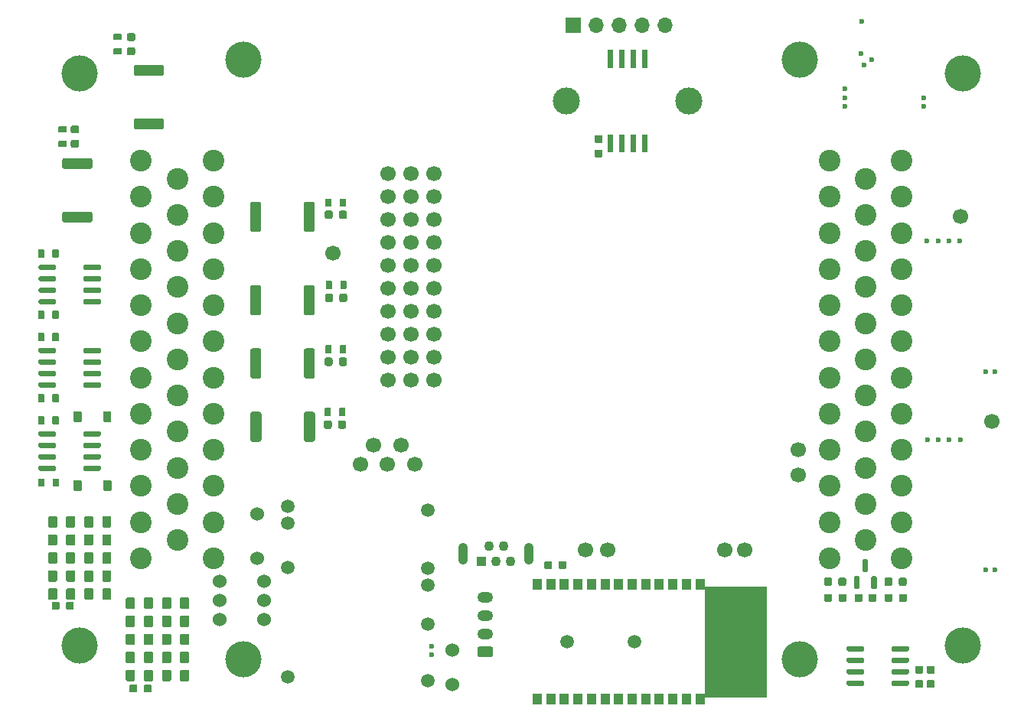
<source format=gts>
G04 #@! TF.GenerationSoftware,KiCad,Pcbnew,8.0.8-8.0.8-0~ubuntu24.04.1*
G04 #@! TF.CreationDate,2025-02-13T08:51:17+00:00*
G04 #@! TF.ProjectId,MST01,4d535430-312e-46b6-9963-61645f706362,D*
G04 #@! TF.SameCoordinates,PX440a368PY8a86a58*
G04 #@! TF.FileFunction,Soldermask,Top*
G04 #@! TF.FilePolarity,Negative*
%FSLAX46Y46*%
G04 Gerber Fmt 4.6, Leading zero omitted, Abs format (unit mm)*
G04 Created by KiCad (PCBNEW 8.0.8-8.0.8-0~ubuntu24.04.1) date 2025-02-13 08:51:17*
%MOMM*%
%LPD*%
G01*
G04 APERTURE LIST*
%ADD10C,0.120000*%
%ADD11C,3.000000*%
%ADD12C,1.700000*%
%ADD13C,1.500000*%
%ADD14C,0.600000*%
%ADD15R,1.100000X1.100000*%
%ADD16C,1.100000*%
%ADD17O,1.100000X2.400000*%
%ADD18C,2.400000*%
%ADD19C,0.700000*%
%ADD20C,4.000000*%
%ADD21R,1.000000X1.300000*%
%ADD22R,1.700000X1.700000*%
%ADD23O,1.700000X1.700000*%
%ADD24O,1.750000X1.200000*%
%ADD25C,1.524000*%
%ADD26C,0.599999*%
G04 APERTURE END LIST*
G04 #@! TO.C,U5*
D10*
X81450000Y13325000D02*
X74750000Y13325000D01*
X74750000Y1125000D01*
X81450000Y1125000D01*
X81450000Y13325000D01*
G36*
X81450000Y13325000D02*
G01*
X74750000Y13325000D01*
X74750000Y1125000D01*
X81450000Y1125000D01*
X81450000Y13325000D01*
G37*
G04 #@! TD*
G04 #@! TO.C,C10*
G36*
G01*
X9055000Y13005000D02*
X9055000Y11955000D01*
G75*
G02*
X8955000Y11855000I-100000J0D01*
G01*
X8155000Y11855000D01*
G75*
G02*
X8055000Y11955000I0J100000D01*
G01*
X8055000Y13005000D01*
G75*
G02*
X8155000Y13105000I100000J0D01*
G01*
X8955000Y13105000D01*
G75*
G02*
X9055000Y13005000I0J-100000D01*
G01*
G37*
G36*
G01*
X7055000Y13005000D02*
X7055000Y11955000D01*
G75*
G02*
X6955000Y11855000I-100000J0D01*
G01*
X6155000Y11855000D01*
G75*
G02*
X6055000Y11955000I0J100000D01*
G01*
X6055000Y13005000D01*
G75*
G02*
X6155000Y13105000I100000J0D01*
G01*
X6955000Y13105000D01*
G75*
G02*
X7055000Y13005000I0J-100000D01*
G01*
G37*
G04 #@! TD*
D11*
G04 #@! TO.C,H1*
X59405000Y67055000D03*
G04 #@! TD*
G04 #@! TO.C,D8*
G36*
G01*
X91675000Y13020000D02*
X91375000Y13020000D01*
G75*
G02*
X91225000Y13170000I0J150000D01*
G01*
X91225000Y14345000D01*
G75*
G02*
X91375000Y14495000I150000J0D01*
G01*
X91675000Y14495000D01*
G75*
G02*
X91825000Y14345000I0J-150000D01*
G01*
X91825000Y13170000D01*
G75*
G02*
X91675000Y13020000I-150000J0D01*
G01*
G37*
G36*
G01*
X93575000Y13020000D02*
X93275000Y13020000D01*
G75*
G02*
X93125000Y13170000I0J150000D01*
G01*
X93125000Y14345000D01*
G75*
G02*
X93275000Y14495000I150000J0D01*
G01*
X93575000Y14495000D01*
G75*
G02*
X93725000Y14345000I0J-150000D01*
G01*
X93725000Y13170000D01*
G75*
G02*
X93575000Y13020000I-150000J0D01*
G01*
G37*
G36*
G01*
X92625000Y14895000D02*
X92325000Y14895000D01*
G75*
G02*
X92175000Y15045000I0J150000D01*
G01*
X92175000Y16220000D01*
G75*
G02*
X92325000Y16370000I150000J0D01*
G01*
X92625000Y16370000D01*
G75*
G02*
X92775000Y16220000I0J-150000D01*
G01*
X92775000Y15045000D01*
G75*
G02*
X92625000Y14895000I-150000J0D01*
G01*
G37*
G04 #@! TD*
G04 #@! TO.C,U7*
G36*
G01*
X990000Y30075000D02*
X990000Y30375000D01*
G75*
G02*
X1140000Y30525000I150000J0D01*
G01*
X2790000Y30525000D01*
G75*
G02*
X2940000Y30375000I0J-150000D01*
G01*
X2940000Y30075000D01*
G75*
G02*
X2790000Y29925000I-150000J0D01*
G01*
X1140000Y29925000D01*
G75*
G02*
X990000Y30075000I0J150000D01*
G01*
G37*
G36*
G01*
X990000Y28805000D02*
X990000Y29105000D01*
G75*
G02*
X1140000Y29255000I150000J0D01*
G01*
X2790000Y29255000D01*
G75*
G02*
X2940000Y29105000I0J-150000D01*
G01*
X2940000Y28805000D01*
G75*
G02*
X2790000Y28655000I-150000J0D01*
G01*
X1140000Y28655000D01*
G75*
G02*
X990000Y28805000I0J150000D01*
G01*
G37*
G36*
G01*
X990000Y27535000D02*
X990000Y27835000D01*
G75*
G02*
X1140000Y27985000I150000J0D01*
G01*
X2790000Y27985000D01*
G75*
G02*
X2940000Y27835000I0J-150000D01*
G01*
X2940000Y27535000D01*
G75*
G02*
X2790000Y27385000I-150000J0D01*
G01*
X1140000Y27385000D01*
G75*
G02*
X990000Y27535000I0J150000D01*
G01*
G37*
G36*
G01*
X990000Y26265000D02*
X990000Y26565000D01*
G75*
G02*
X1140000Y26715000I150000J0D01*
G01*
X2790000Y26715000D01*
G75*
G02*
X2940000Y26565000I0J-150000D01*
G01*
X2940000Y26265000D01*
G75*
G02*
X2790000Y26115000I-150000J0D01*
G01*
X1140000Y26115000D01*
G75*
G02*
X990000Y26265000I0J150000D01*
G01*
G37*
G36*
G01*
X5940000Y26265000D02*
X5940000Y26565000D01*
G75*
G02*
X6090000Y26715000I150000J0D01*
G01*
X7740000Y26715000D01*
G75*
G02*
X7890000Y26565000I0J-150000D01*
G01*
X7890000Y26265000D01*
G75*
G02*
X7740000Y26115000I-150000J0D01*
G01*
X6090000Y26115000D01*
G75*
G02*
X5940000Y26265000I0J150000D01*
G01*
G37*
G36*
G01*
X5940000Y27535000D02*
X5940000Y27835000D01*
G75*
G02*
X6090000Y27985000I150000J0D01*
G01*
X7740000Y27985000D01*
G75*
G02*
X7890000Y27835000I0J-150000D01*
G01*
X7890000Y27535000D01*
G75*
G02*
X7740000Y27385000I-150000J0D01*
G01*
X6090000Y27385000D01*
G75*
G02*
X5940000Y27535000I0J150000D01*
G01*
G37*
G36*
G01*
X5940000Y28805000D02*
X5940000Y29105000D01*
G75*
G02*
X6090000Y29255000I150000J0D01*
G01*
X7740000Y29255000D01*
G75*
G02*
X7890000Y29105000I0J-150000D01*
G01*
X7890000Y28805000D01*
G75*
G02*
X7740000Y28655000I-150000J0D01*
G01*
X6090000Y28655000D01*
G75*
G02*
X5940000Y28805000I0J150000D01*
G01*
G37*
G36*
G01*
X5940000Y30075000D02*
X5940000Y30375000D01*
G75*
G02*
X6090000Y30525000I150000J0D01*
G01*
X7740000Y30525000D01*
G75*
G02*
X7890000Y30375000I0J-150000D01*
G01*
X7890000Y30075000D01*
G75*
G02*
X7740000Y29925000I-150000J0D01*
G01*
X6090000Y29925000D01*
G75*
G02*
X5940000Y30075000I0J150000D01*
G01*
G37*
G04 #@! TD*
D12*
G04 #@! TO.C,P9*
X33565000Y50255000D03*
G04 #@! TD*
G04 #@! TO.C,C8*
G36*
G01*
X9055000Y17005000D02*
X9055000Y15955000D01*
G75*
G02*
X8955000Y15855000I-100000J0D01*
G01*
X8155000Y15855000D01*
G75*
G02*
X8055000Y15955000I0J100000D01*
G01*
X8055000Y17005000D01*
G75*
G02*
X8155000Y17105000I100000J0D01*
G01*
X8955000Y17105000D01*
G75*
G02*
X9055000Y17005000I0J-100000D01*
G01*
G37*
G36*
G01*
X7055000Y17005000D02*
X7055000Y15955000D01*
G75*
G02*
X6955000Y15855000I-100000J0D01*
G01*
X6155000Y15855000D01*
G75*
G02*
X6055000Y15955000I0J100000D01*
G01*
X6055000Y17005000D01*
G75*
G02*
X6155000Y17105000I100000J0D01*
G01*
X6955000Y17105000D01*
G75*
G02*
X7055000Y17005000I0J-100000D01*
G01*
G37*
G04 #@! TD*
G04 #@! TO.C,C27*
G36*
G01*
X62615000Y63270001D02*
X63295000Y63270001D01*
G75*
G02*
X63380000Y63185001I0J-85000D01*
G01*
X63380000Y62505001D01*
G75*
G02*
X63295000Y62420001I-85000J0D01*
G01*
X62615000Y62420001D01*
G75*
G02*
X62530000Y62505001I0J85000D01*
G01*
X62530000Y63185001D01*
G75*
G02*
X62615000Y63270001I85000J0D01*
G01*
G37*
G36*
G01*
X62615000Y61689999D02*
X63295000Y61689999D01*
G75*
G02*
X63380000Y61604999I0J-85000D01*
G01*
X63380000Y60924999D01*
G75*
G02*
X63295000Y60839999I-85000J0D01*
G01*
X62615000Y60839999D01*
G75*
G02*
X62530000Y60924999I0J85000D01*
G01*
X62530000Y61604999D01*
G75*
G02*
X62615000Y61689999I85000J0D01*
G01*
G37*
G04 #@! TD*
G04 #@! TO.C,R19*
G36*
G01*
X35035000Y56195000D02*
X35035000Y55415000D01*
G75*
G02*
X34965000Y55345000I-70000J0D01*
G01*
X34405000Y55345000D01*
G75*
G02*
X34335000Y55415000I0J70000D01*
G01*
X34335000Y56195000D01*
G75*
G02*
X34405000Y56265000I70000J0D01*
G01*
X34965000Y56265000D01*
G75*
G02*
X35035000Y56195000I0J-70000D01*
G01*
G37*
G36*
G01*
X33435000Y56195000D02*
X33435000Y55415000D01*
G75*
G02*
X33365000Y55345000I-70000J0D01*
G01*
X32805000Y55345000D01*
G75*
G02*
X32735000Y55415000I0J70000D01*
G01*
X32735000Y56195000D01*
G75*
G02*
X32805000Y56265000I70000J0D01*
G01*
X33365000Y56265000D01*
G75*
G02*
X33435000Y56195000I0J-70000D01*
G01*
G37*
G04 #@! TD*
G04 #@! TO.C,C14*
G36*
G01*
X10665000Y10945000D02*
X10665000Y11995000D01*
G75*
G02*
X10765000Y12095000I100000J0D01*
G01*
X11565000Y12095000D01*
G75*
G02*
X11665000Y11995000I0J-100000D01*
G01*
X11665000Y10945000D01*
G75*
G02*
X11565000Y10845000I-100000J0D01*
G01*
X10765000Y10845000D01*
G75*
G02*
X10665000Y10945000I0J100000D01*
G01*
G37*
G36*
G01*
X12665000Y10945000D02*
X12665000Y11995000D01*
G75*
G02*
X12765000Y12095000I100000J0D01*
G01*
X13565000Y12095000D01*
G75*
G02*
X13665000Y11995000I0J-100000D01*
G01*
X13665000Y10945000D01*
G75*
G02*
X13565000Y10845000I-100000J0D01*
G01*
X12765000Y10845000D01*
G75*
G02*
X12665000Y10945000I0J100000D01*
G01*
G37*
G04 #@! TD*
G04 #@! TO.C,U10*
G36*
G01*
X1005000Y39290000D02*
X1005000Y39590000D01*
G75*
G02*
X1155000Y39740000I150000J0D01*
G01*
X2805000Y39740000D01*
G75*
G02*
X2955000Y39590000I0J-150000D01*
G01*
X2955000Y39290000D01*
G75*
G02*
X2805000Y39140000I-150000J0D01*
G01*
X1155000Y39140000D01*
G75*
G02*
X1005000Y39290000I0J150000D01*
G01*
G37*
G36*
G01*
X1005000Y38020000D02*
X1005000Y38320000D01*
G75*
G02*
X1155000Y38470000I150000J0D01*
G01*
X2805000Y38470000D01*
G75*
G02*
X2955000Y38320000I0J-150000D01*
G01*
X2955000Y38020000D01*
G75*
G02*
X2805000Y37870000I-150000J0D01*
G01*
X1155000Y37870000D01*
G75*
G02*
X1005000Y38020000I0J150000D01*
G01*
G37*
G36*
G01*
X1005000Y36750000D02*
X1005000Y37050000D01*
G75*
G02*
X1155000Y37200000I150000J0D01*
G01*
X2805000Y37200000D01*
G75*
G02*
X2955000Y37050000I0J-150000D01*
G01*
X2955000Y36750000D01*
G75*
G02*
X2805000Y36600000I-150000J0D01*
G01*
X1155000Y36600000D01*
G75*
G02*
X1005000Y36750000I0J150000D01*
G01*
G37*
G36*
G01*
X1005000Y35480000D02*
X1005000Y35780000D01*
G75*
G02*
X1155000Y35930000I150000J0D01*
G01*
X2805000Y35930000D01*
G75*
G02*
X2955000Y35780000I0J-150000D01*
G01*
X2955000Y35480000D01*
G75*
G02*
X2805000Y35330000I-150000J0D01*
G01*
X1155000Y35330000D01*
G75*
G02*
X1005000Y35480000I0J150000D01*
G01*
G37*
G36*
G01*
X5955000Y35480000D02*
X5955000Y35780000D01*
G75*
G02*
X6105000Y35930000I150000J0D01*
G01*
X7755000Y35930000D01*
G75*
G02*
X7905000Y35780000I0J-150000D01*
G01*
X7905000Y35480000D01*
G75*
G02*
X7755000Y35330000I-150000J0D01*
G01*
X6105000Y35330000D01*
G75*
G02*
X5955000Y35480000I0J150000D01*
G01*
G37*
G36*
G01*
X5955000Y36750000D02*
X5955000Y37050000D01*
G75*
G02*
X6105000Y37200000I150000J0D01*
G01*
X7755000Y37200000D01*
G75*
G02*
X7905000Y37050000I0J-150000D01*
G01*
X7905000Y36750000D01*
G75*
G02*
X7755000Y36600000I-150000J0D01*
G01*
X6105000Y36600000D01*
G75*
G02*
X5955000Y36750000I0J150000D01*
G01*
G37*
G36*
G01*
X5955000Y38020000D02*
X5955000Y38320000D01*
G75*
G02*
X6105000Y38470000I150000J0D01*
G01*
X7755000Y38470000D01*
G75*
G02*
X7905000Y38320000I0J-150000D01*
G01*
X7905000Y38020000D01*
G75*
G02*
X7755000Y37870000I-150000J0D01*
G01*
X6105000Y37870000D01*
G75*
G02*
X5955000Y38020000I0J150000D01*
G01*
G37*
G36*
G01*
X5955000Y39290000D02*
X5955000Y39590000D01*
G75*
G02*
X6105000Y39740000I150000J0D01*
G01*
X7755000Y39740000D01*
G75*
G02*
X7905000Y39590000I0J-150000D01*
G01*
X7905000Y39290000D01*
G75*
G02*
X7755000Y39140000I-150000J0D01*
G01*
X6105000Y39140000D01*
G75*
G02*
X5955000Y39290000I0J150000D01*
G01*
G37*
G04 #@! TD*
G04 #@! TO.C,R23*
G36*
G01*
X35075000Y47095000D02*
X35075000Y46315000D01*
G75*
G02*
X35005000Y46245000I-70000J0D01*
G01*
X34445000Y46245000D01*
G75*
G02*
X34375000Y46315000I0J70000D01*
G01*
X34375000Y47095000D01*
G75*
G02*
X34445000Y47165000I70000J0D01*
G01*
X35005000Y47165000D01*
G75*
G02*
X35075000Y47095000I0J-70000D01*
G01*
G37*
G36*
G01*
X33475000Y47095000D02*
X33475000Y46315000D01*
G75*
G02*
X33405000Y46245000I-70000J0D01*
G01*
X32845000Y46245000D01*
G75*
G02*
X32775000Y46315000I0J70000D01*
G01*
X32775000Y47095000D01*
G75*
G02*
X32845000Y47165000I70000J0D01*
G01*
X33405000Y47165000D01*
G75*
G02*
X33475000Y47095000I0J-70000D01*
G01*
G37*
G04 #@! TD*
G04 #@! TO.C,C16*
G36*
G01*
X10665000Y6945000D02*
X10665000Y7995000D01*
G75*
G02*
X10765000Y8095000I100000J0D01*
G01*
X11565000Y8095000D01*
G75*
G02*
X11665000Y7995000I0J-100000D01*
G01*
X11665000Y6945000D01*
G75*
G02*
X11565000Y6845000I-100000J0D01*
G01*
X10765000Y6845000D01*
G75*
G02*
X10665000Y6945000I0J100000D01*
G01*
G37*
G36*
G01*
X12665000Y6945000D02*
X12665000Y7995000D01*
G75*
G02*
X12765000Y8095000I100000J0D01*
G01*
X13565000Y8095000D01*
G75*
G02*
X13665000Y7995000I0J-100000D01*
G01*
X13665000Y6945000D01*
G75*
G02*
X13565000Y6845000I-100000J0D01*
G01*
X12765000Y6845000D01*
G75*
G02*
X12665000Y6945000I0J100000D01*
G01*
G37*
G04 #@! TD*
G04 #@! TO.C,R31*
G36*
G01*
X935000Y40525000D02*
X935000Y41305000D01*
G75*
G02*
X1005000Y41375000I70000J0D01*
G01*
X1565000Y41375000D01*
G75*
G02*
X1635000Y41305000I0J-70000D01*
G01*
X1635000Y40525000D01*
G75*
G02*
X1565000Y40455000I-70000J0D01*
G01*
X1005000Y40455000D01*
G75*
G02*
X935000Y40525000I0J70000D01*
G01*
G37*
G36*
G01*
X2535000Y40525000D02*
X2535000Y41305000D01*
G75*
G02*
X2605000Y41375000I70000J0D01*
G01*
X3165000Y41375000D01*
G75*
G02*
X3235000Y41305000I0J-70000D01*
G01*
X3235000Y40525000D01*
G75*
G02*
X3165000Y40455000I-70000J0D01*
G01*
X2605000Y40455000D01*
G75*
G02*
X2535000Y40525000I0J70000D01*
G01*
G37*
G04 #@! TD*
G04 #@! TO.C,P8*
X76935000Y17375000D03*
G04 #@! TD*
G04 #@! TO.C,R27*
G36*
G01*
X31570000Y39435000D02*
X31570000Y36585000D01*
G75*
G02*
X31320000Y36335000I-250000J0D01*
G01*
X30595000Y36335000D01*
G75*
G02*
X30345000Y36585000I0J250000D01*
G01*
X30345000Y39435000D01*
G75*
G02*
X30595000Y39685000I250000J0D01*
G01*
X31320000Y39685000D01*
G75*
G02*
X31570000Y39435000I0J-250000D01*
G01*
G37*
G36*
G01*
X25645000Y39435000D02*
X25645000Y36585000D01*
G75*
G02*
X25395000Y36335000I-250000J0D01*
G01*
X24670000Y36335000D01*
G75*
G02*
X24420000Y36585000I0J250000D01*
G01*
X24420000Y39435000D01*
G75*
G02*
X24670000Y39685000I250000J0D01*
G01*
X25395000Y39685000D01*
G75*
G02*
X25645000Y39435000I0J-250000D01*
G01*
G37*
G04 #@! TD*
G04 #@! TO.C,C30*
G36*
G01*
X97030001Y12415000D02*
X97030001Y11735000D01*
G75*
G02*
X96945001Y11650000I-85000J0D01*
G01*
X96265001Y11650000D01*
G75*
G02*
X96180001Y11735000I0J85000D01*
G01*
X96180001Y12415000D01*
G75*
G02*
X96265001Y12500000I85000J0D01*
G01*
X96945001Y12500000D01*
G75*
G02*
X97030001Y12415000I0J-85000D01*
G01*
G37*
G36*
G01*
X95449999Y12415000D02*
X95449999Y11735000D01*
G75*
G02*
X95364999Y11650000I-85000J0D01*
G01*
X94684999Y11650000D01*
G75*
G02*
X94599999Y11735000I0J85000D01*
G01*
X94599999Y12415000D01*
G75*
G02*
X94684999Y12500000I85000J0D01*
G01*
X95364999Y12500000D01*
G75*
G02*
X95449999Y12415000I0J-85000D01*
G01*
G37*
G04 #@! TD*
G04 #@! TO.C,P5*
X106455000Y31555000D03*
G04 #@! TD*
G04 #@! TO.C,F6*
G36*
G01*
X11491250Y72130000D02*
X10978750Y72130000D01*
G75*
G02*
X10760000Y72348750I0J218750D01*
G01*
X10760000Y72786250D01*
G75*
G02*
X10978750Y73005000I218750J0D01*
G01*
X11491250Y73005000D01*
G75*
G02*
X11710000Y72786250I0J-218750D01*
G01*
X11710000Y72348750D01*
G75*
G02*
X11491250Y72130000I-218750J0D01*
G01*
G37*
G36*
G01*
X11491250Y73705000D02*
X10978750Y73705000D01*
G75*
G02*
X10760000Y73923750I0J218750D01*
G01*
X10760000Y74361250D01*
G75*
G02*
X10978750Y74580000I218750J0D01*
G01*
X11491250Y74580000D01*
G75*
G02*
X11710000Y74361250I0J-218750D01*
G01*
X11710000Y73923750D01*
G75*
G02*
X11491250Y73705000I-218750J0D01*
G01*
G37*
G04 #@! TD*
G04 #@! TO.C,C33*
G36*
G01*
X59400001Y16030000D02*
X59400001Y15350000D01*
G75*
G02*
X59315001Y15265000I-85000J0D01*
G01*
X58635001Y15265000D01*
G75*
G02*
X58550001Y15350000I0J85000D01*
G01*
X58550001Y16030000D01*
G75*
G02*
X58635001Y16115000I85000J0D01*
G01*
X59315001Y16115000D01*
G75*
G02*
X59400001Y16030000I0J-85000D01*
G01*
G37*
G36*
G01*
X57819999Y16030000D02*
X57819999Y15350000D01*
G75*
G02*
X57734999Y15265000I-85000J0D01*
G01*
X57054999Y15265000D01*
G75*
G02*
X56969999Y15350000I0J85000D01*
G01*
X56969999Y16030000D01*
G75*
G02*
X57054999Y16115000I85000J0D01*
G01*
X57734999Y16115000D01*
G75*
G02*
X57819999Y16030000I0J-85000D01*
G01*
G37*
G04 #@! TD*
G04 #@! TO.C,C29*
G36*
G01*
X91269999Y11735000D02*
X91269999Y12415000D01*
G75*
G02*
X91354999Y12500000I85000J0D01*
G01*
X92034999Y12500000D01*
G75*
G02*
X92119999Y12415000I0J-85000D01*
G01*
X92119999Y11735000D01*
G75*
G02*
X92034999Y11650000I-85000J0D01*
G01*
X91354999Y11650000D01*
G75*
G02*
X91269999Y11735000I0J85000D01*
G01*
G37*
G36*
G01*
X92850001Y11735000D02*
X92850001Y12415000D01*
G75*
G02*
X92935001Y12500000I85000J0D01*
G01*
X93615001Y12500000D01*
G75*
G02*
X93700001Y12415000I0J-85000D01*
G01*
X93700001Y11735000D01*
G75*
G02*
X93615001Y11650000I-85000J0D01*
G01*
X92935001Y11650000D01*
G75*
G02*
X92850001Y11735000I0J85000D01*
G01*
G37*
G04 #@! TD*
G04 #@! TO.C,F9*
G36*
G01*
X32660000Y37948750D02*
X32660000Y38461250D01*
G75*
G02*
X32878750Y38680000I218750J0D01*
G01*
X33316250Y38680000D01*
G75*
G02*
X33535000Y38461250I0J-218750D01*
G01*
X33535000Y37948750D01*
G75*
G02*
X33316250Y37730000I-218750J0D01*
G01*
X32878750Y37730000D01*
G75*
G02*
X32660000Y37948750I0J218750D01*
G01*
G37*
G36*
G01*
X34235000Y37948750D02*
X34235000Y38461250D01*
G75*
G02*
X34453750Y38680000I218750J0D01*
G01*
X34891250Y38680000D01*
G75*
G02*
X35110000Y38461250I0J-218750D01*
G01*
X35110000Y37948750D01*
G75*
G02*
X34891250Y37730000I-218750J0D01*
G01*
X34453750Y37730000D01*
G75*
G02*
X34235000Y37948750I0J218750D01*
G01*
G37*
G04 #@! TD*
G04 #@! TO.C,C18*
G36*
G01*
X10665000Y2945000D02*
X10665000Y3995000D01*
G75*
G02*
X10765000Y4095000I100000J0D01*
G01*
X11565000Y4095000D01*
G75*
G02*
X11665000Y3995000I0J-100000D01*
G01*
X11665000Y2945000D01*
G75*
G02*
X11565000Y2845000I-100000J0D01*
G01*
X10765000Y2845000D01*
G75*
G02*
X10665000Y2945000I0J100000D01*
G01*
G37*
G36*
G01*
X12665000Y2945000D02*
X12665000Y3995000D01*
G75*
G02*
X12765000Y4095000I100000J0D01*
G01*
X13565000Y4095000D01*
G75*
G02*
X13665000Y3995000I0J-100000D01*
G01*
X13665000Y2945000D01*
G75*
G02*
X13565000Y2845000I-100000J0D01*
G01*
X12765000Y2845000D01*
G75*
G02*
X12665000Y2945000I0J100000D01*
G01*
G37*
G04 #@! TD*
G04 #@! TO.C,U4*
G36*
G01*
X97315000Y2770000D02*
X97315000Y2470000D01*
G75*
G02*
X97165000Y2320000I-150000J0D01*
G01*
X95515000Y2320000D01*
G75*
G02*
X95365000Y2470000I0J150000D01*
G01*
X95365000Y2770000D01*
G75*
G02*
X95515000Y2920000I150000J0D01*
G01*
X97165000Y2920000D01*
G75*
G02*
X97315000Y2770000I0J-150000D01*
G01*
G37*
G36*
G01*
X97315000Y4040000D02*
X97315000Y3740000D01*
G75*
G02*
X97165000Y3590000I-150000J0D01*
G01*
X95515000Y3590000D01*
G75*
G02*
X95365000Y3740000I0J150000D01*
G01*
X95365000Y4040000D01*
G75*
G02*
X95515000Y4190000I150000J0D01*
G01*
X97165000Y4190000D01*
G75*
G02*
X97315000Y4040000I0J-150000D01*
G01*
G37*
G36*
G01*
X97315000Y5310000D02*
X97315000Y5010000D01*
G75*
G02*
X97165000Y4860000I-150000J0D01*
G01*
X95515000Y4860000D01*
G75*
G02*
X95365000Y5010000I0J150000D01*
G01*
X95365000Y5310000D01*
G75*
G02*
X95515000Y5460000I150000J0D01*
G01*
X97165000Y5460000D01*
G75*
G02*
X97315000Y5310000I0J-150000D01*
G01*
G37*
G36*
G01*
X97315000Y6580000D02*
X97315000Y6280000D01*
G75*
G02*
X97165000Y6130000I-150000J0D01*
G01*
X95515000Y6130000D01*
G75*
G02*
X95365000Y6280000I0J150000D01*
G01*
X95365000Y6580000D01*
G75*
G02*
X95515000Y6730000I150000J0D01*
G01*
X97165000Y6730000D01*
G75*
G02*
X97315000Y6580000I0J-150000D01*
G01*
G37*
G36*
G01*
X92365000Y6580000D02*
X92365000Y6280000D01*
G75*
G02*
X92215000Y6130000I-150000J0D01*
G01*
X90565000Y6130000D01*
G75*
G02*
X90415000Y6280000I0J150000D01*
G01*
X90415000Y6580000D01*
G75*
G02*
X90565000Y6730000I150000J0D01*
G01*
X92215000Y6730000D01*
G75*
G02*
X92365000Y6580000I0J-150000D01*
G01*
G37*
G36*
G01*
X92365000Y5310000D02*
X92365000Y5010000D01*
G75*
G02*
X92215000Y4860000I-150000J0D01*
G01*
X90565000Y4860000D01*
G75*
G02*
X90415000Y5010000I0J150000D01*
G01*
X90415000Y5310000D01*
G75*
G02*
X90565000Y5460000I150000J0D01*
G01*
X92215000Y5460000D01*
G75*
G02*
X92365000Y5310000I0J-150000D01*
G01*
G37*
G36*
G01*
X92365000Y4040000D02*
X92365000Y3740000D01*
G75*
G02*
X92215000Y3590000I-150000J0D01*
G01*
X90565000Y3590000D01*
G75*
G02*
X90415000Y3740000I0J150000D01*
G01*
X90415000Y4040000D01*
G75*
G02*
X90565000Y4190000I150000J0D01*
G01*
X92215000Y4190000D01*
G75*
G02*
X92365000Y4040000I0J-150000D01*
G01*
G37*
G36*
G01*
X92365000Y2770000D02*
X92365000Y2470000D01*
G75*
G02*
X92215000Y2320000I-150000J0D01*
G01*
X90565000Y2320000D01*
G75*
G02*
X90415000Y2470000I0J150000D01*
G01*
X90415000Y2770000D01*
G75*
G02*
X90565000Y2920000I150000J0D01*
G01*
X92215000Y2920000D01*
G75*
G02*
X92365000Y2770000I0J-150000D01*
G01*
G37*
G04 #@! TD*
D13*
G04 #@! TO.C,M1*
X44039997Y21739997D03*
X44039997Y15340000D03*
X44039997Y13439997D03*
X44039997Y9139997D03*
D14*
X44489996Y6740000D03*
X44489996Y5739999D03*
D13*
X44039997Y2889997D03*
X28540000Y22189999D03*
X28540000Y20340000D03*
X28540000Y15389997D03*
X28540000Y3339999D03*
G04 #@! TD*
G04 #@! TO.C,C20*
G36*
G01*
X17665000Y9995000D02*
X17665000Y8945000D01*
G75*
G02*
X17565000Y8845000I-100000J0D01*
G01*
X16765000Y8845000D01*
G75*
G02*
X16665000Y8945000I0J100000D01*
G01*
X16665000Y9995000D01*
G75*
G02*
X16765000Y10095000I100000J0D01*
G01*
X17565000Y10095000D01*
G75*
G02*
X17665000Y9995000I0J-100000D01*
G01*
G37*
G36*
G01*
X15665000Y9995000D02*
X15665000Y8945000D01*
G75*
G02*
X15565000Y8845000I-100000J0D01*
G01*
X14765000Y8845000D01*
G75*
G02*
X14665000Y8945000I0J100000D01*
G01*
X14665000Y9995000D01*
G75*
G02*
X14765000Y10095000I100000J0D01*
G01*
X15565000Y10095000D01*
G75*
G02*
X15665000Y9995000I0J-100000D01*
G01*
G37*
G04 #@! TD*
D12*
G04 #@! TO.C,P12*
X39595000Y26865000D03*
G04 #@! TD*
G04 #@! TO.C,C31*
G36*
G01*
X100055000Y2099999D02*
X99375000Y2099999D01*
G75*
G02*
X99290000Y2184999I0J85000D01*
G01*
X99290000Y2864999D01*
G75*
G02*
X99375000Y2949999I85000J0D01*
G01*
X100055000Y2949999D01*
G75*
G02*
X100140000Y2864999I0J-85000D01*
G01*
X100140000Y2184999D01*
G75*
G02*
X100055000Y2099999I-85000J0D01*
G01*
G37*
G36*
G01*
X100055000Y3680001D02*
X99375000Y3680001D01*
G75*
G02*
X99290000Y3765001I0J85000D01*
G01*
X99290000Y4445001D01*
G75*
G02*
X99375000Y4530001I85000J0D01*
G01*
X100055000Y4530001D01*
G75*
G02*
X100140000Y4445001I0J-85000D01*
G01*
X100140000Y3765001D01*
G75*
G02*
X100055000Y3680001I-85000J0D01*
G01*
G37*
G04 #@! TD*
G04 #@! TO.C,R24*
G36*
G01*
X35035000Y39955000D02*
X35035000Y39175000D01*
G75*
G02*
X34965000Y39105000I-70000J0D01*
G01*
X34405000Y39105000D01*
G75*
G02*
X34335000Y39175000I0J70000D01*
G01*
X34335000Y39955000D01*
G75*
G02*
X34405000Y40025000I70000J0D01*
G01*
X34965000Y40025000D01*
G75*
G02*
X35035000Y39955000I0J-70000D01*
G01*
G37*
G36*
G01*
X33435000Y39955000D02*
X33435000Y39175000D01*
G75*
G02*
X33365000Y39105000I-70000J0D01*
G01*
X32805000Y39105000D01*
G75*
G02*
X32735000Y39175000I0J70000D01*
G01*
X32735000Y39955000D01*
G75*
G02*
X32805000Y40025000I70000J0D01*
G01*
X33365000Y40025000D01*
G75*
G02*
X33435000Y39955000I0J-70000D01*
G01*
G37*
G04 #@! TD*
G04 #@! TO.C,C7*
G36*
G01*
X9055000Y19005000D02*
X9055000Y17955000D01*
G75*
G02*
X8955000Y17855000I-100000J0D01*
G01*
X8155000Y17855000D01*
G75*
G02*
X8055000Y17955000I0J100000D01*
G01*
X8055000Y19005000D01*
G75*
G02*
X8155000Y19105000I100000J0D01*
G01*
X8955000Y19105000D01*
G75*
G02*
X9055000Y19005000I0J-100000D01*
G01*
G37*
G36*
G01*
X7055000Y19005000D02*
X7055000Y17955000D01*
G75*
G02*
X6955000Y17855000I-100000J0D01*
G01*
X6155000Y17855000D01*
G75*
G02*
X6055000Y17955000I0J100000D01*
G01*
X6055000Y19005000D01*
G75*
G02*
X6155000Y19105000I100000J0D01*
G01*
X6955000Y19105000D01*
G75*
G02*
X7055000Y19005000I0J-100000D01*
G01*
G37*
G04 #@! TD*
G04 #@! TO.C,C21*
G36*
G01*
X17665000Y7995000D02*
X17665000Y6945000D01*
G75*
G02*
X17565000Y6845000I-100000J0D01*
G01*
X16765000Y6845000D01*
G75*
G02*
X16665000Y6945000I0J100000D01*
G01*
X16665000Y7995000D01*
G75*
G02*
X16765000Y8095000I100000J0D01*
G01*
X17565000Y8095000D01*
G75*
G02*
X17665000Y7995000I0J-100000D01*
G01*
G37*
G36*
G01*
X15665000Y7995000D02*
X15665000Y6945000D01*
G75*
G02*
X15565000Y6845000I-100000J0D01*
G01*
X14765000Y6845000D01*
G75*
G02*
X14665000Y6945000I0J100000D01*
G01*
X14665000Y7995000D01*
G75*
G02*
X14765000Y8095000I100000J0D01*
G01*
X15565000Y8095000D01*
G75*
G02*
X15665000Y7995000I0J-100000D01*
G01*
G37*
G04 #@! TD*
G04 #@! TO.C,C24*
G36*
G01*
X11079999Y1670006D02*
X11079999Y2350006D01*
G75*
G02*
X11164999Y2435006I85000J0D01*
G01*
X11844999Y2435006D01*
G75*
G02*
X11929999Y2350006I0J-85000D01*
G01*
X11929999Y1670006D01*
G75*
G02*
X11844999Y1585006I-85000J0D01*
G01*
X11164999Y1585006D01*
G75*
G02*
X11079999Y1670006I0J85000D01*
G01*
G37*
G36*
G01*
X12660001Y1670006D02*
X12660001Y2350006D01*
G75*
G02*
X12745001Y2435006I85000J0D01*
G01*
X13425001Y2435006D01*
G75*
G02*
X13510001Y2350006I0J-85000D01*
G01*
X13510001Y1670006D01*
G75*
G02*
X13425001Y1585006I-85000J0D01*
G01*
X12745001Y1585006D01*
G75*
G02*
X12660001Y1670006I0J85000D01*
G01*
G37*
G04 #@! TD*
G04 #@! TO.C,P4*
X61505000Y17385000D03*
G04 #@! TD*
G04 #@! TO.C,R21*
G36*
G01*
X3865000Y60750000D02*
X6715000Y60750000D01*
G75*
G02*
X6965000Y60500000I0J-250000D01*
G01*
X6965000Y59775000D01*
G75*
G02*
X6715000Y59525000I-250000J0D01*
G01*
X3865000Y59525000D01*
G75*
G02*
X3615000Y59775000I0J250000D01*
G01*
X3615000Y60500000D01*
G75*
G02*
X3865000Y60750000I250000J0D01*
G01*
G37*
G36*
G01*
X3865000Y54825000D02*
X6715000Y54825000D01*
G75*
G02*
X6965000Y54575000I0J-250000D01*
G01*
X6965000Y53850000D01*
G75*
G02*
X6715000Y53600000I-250000J0D01*
G01*
X3865000Y53600000D01*
G75*
G02*
X3615000Y53850000I0J250000D01*
G01*
X3615000Y54575000D01*
G75*
G02*
X3865000Y54825000I250000J0D01*
G01*
G37*
G04 #@! TD*
D14*
G04 #@! TO.C,M3*
X101755000Y29600000D03*
X102955000Y29600000D03*
X100555000Y29600000D03*
X99355000Y29600000D03*
X105815000Y15175000D03*
X106815000Y15175000D03*
G04 #@! TD*
G04 #@! TO.C,R10*
G36*
G01*
X935000Y31305000D02*
X935000Y32085000D01*
G75*
G02*
X1005000Y32155000I70000J0D01*
G01*
X1565000Y32155000D01*
G75*
G02*
X1635000Y32085000I0J-70000D01*
G01*
X1635000Y31305000D01*
G75*
G02*
X1565000Y31235000I-70000J0D01*
G01*
X1005000Y31235000D01*
G75*
G02*
X935000Y31305000I0J70000D01*
G01*
G37*
G36*
G01*
X2535000Y31305000D02*
X2535000Y32085000D01*
G75*
G02*
X2605000Y32155000I70000J0D01*
G01*
X3165000Y32155000D01*
G75*
G02*
X3235000Y32085000I0J-70000D01*
G01*
X3235000Y31305000D01*
G75*
G02*
X3165000Y31235000I-70000J0D01*
G01*
X2605000Y31235000D01*
G75*
G02*
X2535000Y31305000I0J70000D01*
G01*
G37*
G04 #@! TD*
D15*
G04 #@! TO.C,J8*
X50025000Y16070000D03*
D16*
X50825000Y17820000D03*
X51625000Y16070000D03*
X52425000Y17820000D03*
X53225000Y16070000D03*
D17*
X47975000Y16945000D03*
X55275000Y16945000D03*
G04 #@! TD*
G04 #@! TO.C,D2*
G36*
G01*
X4855000Y31615000D02*
X4855000Y32635000D01*
G75*
G02*
X4945000Y32725000I90000J0D01*
G01*
X5665000Y32725000D01*
G75*
G02*
X5755000Y32635000I0J-90000D01*
G01*
X5755000Y31615000D01*
G75*
G02*
X5665000Y31525000I-90000J0D01*
G01*
X4945000Y31525000D01*
G75*
G02*
X4855000Y31615000I0J90000D01*
G01*
G37*
G36*
G01*
X8155000Y31615000D02*
X8155000Y32635000D01*
G75*
G02*
X8245000Y32725000I90000J0D01*
G01*
X8965000Y32725000D01*
G75*
G02*
X9055000Y32635000I0J-90000D01*
G01*
X9055000Y31615000D01*
G75*
G02*
X8965000Y31525000I-90000J0D01*
G01*
X8245000Y31525000D01*
G75*
G02*
X8155000Y31615000I0J90000D01*
G01*
G37*
G04 #@! TD*
D14*
G04 #@! TO.C,M2*
X90215000Y66485000D03*
X90215000Y67435000D03*
X90215000Y68384998D03*
X98915000Y67385000D03*
X98915000Y66485000D03*
G04 #@! TD*
G04 #@! TO.C,C4*
G36*
G01*
X2055000Y13955000D02*
X2055000Y15005000D01*
G75*
G02*
X2155000Y15105000I100000J0D01*
G01*
X2955000Y15105000D01*
G75*
G02*
X3055000Y15005000I0J-100000D01*
G01*
X3055000Y13955000D01*
G75*
G02*
X2955000Y13855000I-100000J0D01*
G01*
X2155000Y13855000D01*
G75*
G02*
X2055000Y13955000I0J100000D01*
G01*
G37*
G36*
G01*
X4055000Y13955000D02*
X4055000Y15005000D01*
G75*
G02*
X4155000Y15105000I100000J0D01*
G01*
X4955000Y15105000D01*
G75*
G02*
X5055000Y15005000I0J-100000D01*
G01*
X5055000Y13955000D01*
G75*
G02*
X4955000Y13855000I-100000J0D01*
G01*
X4155000Y13855000D01*
G75*
G02*
X4055000Y13955000I0J100000D01*
G01*
G37*
G04 #@! TD*
G04 #@! TO.C,C11*
G36*
G01*
X2469999Y10865000D02*
X2469999Y11545000D01*
G75*
G02*
X2554999Y11630000I85000J0D01*
G01*
X3234999Y11630000D01*
G75*
G02*
X3319999Y11545000I0J-85000D01*
G01*
X3319999Y10865000D01*
G75*
G02*
X3234999Y10780000I-85000J0D01*
G01*
X2554999Y10780000D01*
G75*
G02*
X2469999Y10865000I0J85000D01*
G01*
G37*
G36*
G01*
X4050001Y10865000D02*
X4050001Y11545000D01*
G75*
G02*
X4135001Y11630000I85000J0D01*
G01*
X4815001Y11630000D01*
G75*
G02*
X4900001Y11545000I0J-85000D01*
G01*
X4900001Y10865000D01*
G75*
G02*
X4815001Y10780000I-85000J0D01*
G01*
X4135001Y10780000D01*
G75*
G02*
X4050001Y10865000I0J85000D01*
G01*
G37*
G04 #@! TD*
G04 #@! TO.C,F8*
G36*
G01*
X32690000Y45018750D02*
X32690000Y45531250D01*
G75*
G02*
X32908750Y45750000I218750J0D01*
G01*
X33346250Y45750000D01*
G75*
G02*
X33565000Y45531250I0J-218750D01*
G01*
X33565000Y45018750D01*
G75*
G02*
X33346250Y44800000I-218750J0D01*
G01*
X32908750Y44800000D01*
G75*
G02*
X32690000Y45018750I0J218750D01*
G01*
G37*
G36*
G01*
X34265000Y45018750D02*
X34265000Y45531250D01*
G75*
G02*
X34483750Y45750000I218750J0D01*
G01*
X34921250Y45750000D01*
G75*
G02*
X35140000Y45531250I0J-218750D01*
G01*
X35140000Y45018750D01*
G75*
G02*
X34921250Y44800000I-218750J0D01*
G01*
X34483750Y44800000D01*
G75*
G02*
X34265000Y45018750I0J218750D01*
G01*
G37*
G04 #@! TD*
G04 #@! TO.C,C1*
G36*
G01*
X2055000Y19945000D02*
X2055000Y20995000D01*
G75*
G02*
X2155000Y21095000I100000J0D01*
G01*
X2955000Y21095000D01*
G75*
G02*
X3055000Y20995000I0J-100000D01*
G01*
X3055000Y19945000D01*
G75*
G02*
X2955000Y19845000I-100000J0D01*
G01*
X2155000Y19845000D01*
G75*
G02*
X2055000Y19945000I0J100000D01*
G01*
G37*
G36*
G01*
X4055000Y19945000D02*
X4055000Y20995000D01*
G75*
G02*
X4155000Y21095000I100000J0D01*
G01*
X4955000Y21095000D01*
G75*
G02*
X5055000Y20995000I0J-100000D01*
G01*
X5055000Y19945000D01*
G75*
G02*
X4955000Y19845000I-100000J0D01*
G01*
X4155000Y19845000D01*
G75*
G02*
X4055000Y19945000I0J100000D01*
G01*
G37*
G04 #@! TD*
G04 #@! TO.C,R26*
G36*
G01*
X31555000Y46440000D02*
X31555000Y43590000D01*
G75*
G02*
X31305000Y43340000I-250000J0D01*
G01*
X30580000Y43340000D01*
G75*
G02*
X30330000Y43590000I0J250000D01*
G01*
X30330000Y46440000D01*
G75*
G02*
X30580000Y46690000I250000J0D01*
G01*
X31305000Y46690000D01*
G75*
G02*
X31555000Y46440000I0J-250000D01*
G01*
G37*
G36*
G01*
X25630000Y46440000D02*
X25630000Y43590000D01*
G75*
G02*
X25380000Y43340000I-250000J0D01*
G01*
X24655000Y43340000D01*
G75*
G02*
X24405000Y43590000I0J250000D01*
G01*
X24405000Y46440000D01*
G75*
G02*
X24655000Y46690000I250000J0D01*
G01*
X25380000Y46690000D01*
G75*
G02*
X25630000Y46440000I0J-250000D01*
G01*
G37*
G04 #@! TD*
D12*
G04 #@! TO.C,P6*
X103035000Y54265000D03*
G04 #@! TD*
G04 #@! TO.C,U12*
G36*
G01*
X64503700Y61365000D02*
X63996300Y61365000D01*
G75*
G02*
X63955000Y61406300I0J41300D01*
G01*
X63955000Y63343700D01*
G75*
G02*
X63996300Y63385000I41300J0D01*
G01*
X64503700Y63385000D01*
G75*
G02*
X64545000Y63343700I0J-41300D01*
G01*
X64545000Y61406300D01*
G75*
G02*
X64503700Y61365000I-41300J0D01*
G01*
G37*
G36*
G01*
X65773700Y61365000D02*
X65266300Y61365000D01*
G75*
G02*
X65225000Y61406300I0J41300D01*
G01*
X65225000Y63343700D01*
G75*
G02*
X65266300Y63385000I41300J0D01*
G01*
X65773700Y63385000D01*
G75*
G02*
X65815000Y63343700I0J-41300D01*
G01*
X65815000Y61406300D01*
G75*
G02*
X65773700Y61365000I-41300J0D01*
G01*
G37*
G36*
G01*
X67043700Y61365000D02*
X66536300Y61365000D01*
G75*
G02*
X66495000Y61406300I0J41300D01*
G01*
X66495000Y63343700D01*
G75*
G02*
X66536300Y63385000I41300J0D01*
G01*
X67043700Y63385000D01*
G75*
G02*
X67085000Y63343700I0J-41300D01*
G01*
X67085000Y61406300D01*
G75*
G02*
X67043700Y61365000I-41300J0D01*
G01*
G37*
G36*
G01*
X68313700Y61365000D02*
X67806300Y61365000D01*
G75*
G02*
X67765000Y61406300I0J41300D01*
G01*
X67765000Y63343700D01*
G75*
G02*
X67806300Y63385000I41300J0D01*
G01*
X68313700Y63385000D01*
G75*
G02*
X68355000Y63343700I0J-41300D01*
G01*
X68355000Y61406300D01*
G75*
G02*
X68313700Y61365000I-41300J0D01*
G01*
G37*
G36*
G01*
X68313700Y70725000D02*
X67806300Y70725000D01*
G75*
G02*
X67765000Y70766300I0J41300D01*
G01*
X67765000Y72703700D01*
G75*
G02*
X67806300Y72745000I41300J0D01*
G01*
X68313700Y72745000D01*
G75*
G02*
X68355000Y72703700I0J-41300D01*
G01*
X68355000Y70766300D01*
G75*
G02*
X68313700Y70725000I-41300J0D01*
G01*
G37*
G36*
G01*
X67043700Y70725000D02*
X66536300Y70725000D01*
G75*
G02*
X66495000Y70766300I0J41300D01*
G01*
X66495000Y72703700D01*
G75*
G02*
X66536300Y72745000I41300J0D01*
G01*
X67043700Y72745000D01*
G75*
G02*
X67085000Y72703700I0J-41300D01*
G01*
X67085000Y70766300D01*
G75*
G02*
X67043700Y70725000I-41300J0D01*
G01*
G37*
G36*
G01*
X65773700Y70725000D02*
X65266300Y70725000D01*
G75*
G02*
X65225000Y70766300I0J41300D01*
G01*
X65225000Y72703700D01*
G75*
G02*
X65266300Y72745000I41300J0D01*
G01*
X65773700Y72745000D01*
G75*
G02*
X65815000Y72703700I0J-41300D01*
G01*
X65815000Y70766300D01*
G75*
G02*
X65773700Y70725000I-41300J0D01*
G01*
G37*
G36*
G01*
X64503700Y70725000D02*
X63996300Y70725000D01*
G75*
G02*
X63955000Y70766300I0J41300D01*
G01*
X63955000Y72703700D01*
G75*
G02*
X63996300Y72745000I41300J0D01*
G01*
X64503700Y72745000D01*
G75*
G02*
X64545000Y72703700I0J-41300D01*
G01*
X64545000Y70766300D01*
G75*
G02*
X64503700Y70725000I-41300J0D01*
G01*
G37*
G04 #@! TD*
D18*
G04 #@! TO.C,J2*
X96475000Y60455000D03*
X96475000Y56455000D03*
X96475000Y52455000D03*
X96475000Y48455000D03*
X96475000Y44455000D03*
X96475000Y40455000D03*
X96475000Y36455000D03*
X96475000Y32455000D03*
X96475000Y28455000D03*
X96475000Y24455000D03*
X96475000Y20455000D03*
X96475000Y16455000D03*
X92475000Y58455000D03*
X92475000Y54455000D03*
X92475000Y50455000D03*
X92475000Y46455000D03*
X92475000Y42455000D03*
X92475000Y38455000D03*
X92475000Y34455000D03*
X92475000Y30455000D03*
X92475000Y26455000D03*
X92475000Y22455000D03*
X92475000Y18455000D03*
X88475000Y60455000D03*
X88475000Y56455000D03*
X88475000Y52455000D03*
X88475000Y48455000D03*
X88475000Y44455000D03*
X88475000Y40455000D03*
X88475000Y36455000D03*
X88475000Y32455000D03*
X88475000Y28455000D03*
X88475000Y24455000D03*
X88475000Y20455000D03*
X88475000Y16455000D03*
D19*
X85175000Y73205000D03*
X86275000Y72755000D03*
X84075000Y72755000D03*
X103275000Y71705000D03*
X86725000Y71655000D03*
D20*
X85175000Y71655000D03*
D19*
X83625000Y71655000D03*
X104375000Y71255000D03*
X102175000Y71255000D03*
X86275000Y70555000D03*
X84075000Y70555000D03*
X104825000Y70155000D03*
D20*
X103275000Y70155000D03*
D19*
X101725000Y70155000D03*
X85175000Y70105000D03*
X104375000Y69055000D03*
X102175000Y69055000D03*
X103275000Y68605000D03*
X103275000Y8305000D03*
X104375000Y7855000D03*
X102175000Y7855000D03*
X85175000Y6805000D03*
X104825000Y6755000D03*
D20*
X103275000Y6755000D03*
D19*
X101725000Y6755000D03*
X86275000Y6355000D03*
X84075000Y6355000D03*
X104375000Y5655000D03*
X102175000Y5655000D03*
X86725000Y5255000D03*
D20*
X85175000Y5255000D03*
D19*
X83625000Y5255000D03*
X103275000Y5205000D03*
X86275000Y4155000D03*
X84075000Y4155000D03*
X85175000Y3705000D03*
G04 #@! TD*
G04 #@! TO.C,C9*
G36*
G01*
X9055000Y15005000D02*
X9055000Y13955000D01*
G75*
G02*
X8955000Y13855000I-100000J0D01*
G01*
X8155000Y13855000D01*
G75*
G02*
X8055000Y13955000I0J100000D01*
G01*
X8055000Y15005000D01*
G75*
G02*
X8155000Y15105000I100000J0D01*
G01*
X8955000Y15105000D01*
G75*
G02*
X9055000Y15005000I0J-100000D01*
G01*
G37*
G36*
G01*
X7055000Y15005000D02*
X7055000Y13955000D01*
G75*
G02*
X6955000Y13855000I-100000J0D01*
G01*
X6155000Y13855000D01*
G75*
G02*
X6055000Y13955000I0J100000D01*
G01*
X6055000Y15005000D01*
G75*
G02*
X6155000Y15105000I100000J0D01*
G01*
X6955000Y15105000D01*
G75*
G02*
X7055000Y15005000I0J-100000D01*
G01*
G37*
G04 #@! TD*
G04 #@! TO.C,C32*
G36*
G01*
X98759994Y2099999D02*
X98079994Y2099999D01*
G75*
G02*
X97994994Y2184999I0J85000D01*
G01*
X97994994Y2864999D01*
G75*
G02*
X98079994Y2949999I85000J0D01*
G01*
X98759994Y2949999D01*
G75*
G02*
X98844994Y2864999I0J-85000D01*
G01*
X98844994Y2184999D01*
G75*
G02*
X98759994Y2099999I-85000J0D01*
G01*
G37*
G36*
G01*
X98759994Y3680001D02*
X98079994Y3680001D01*
G75*
G02*
X97994994Y3765001I0J85000D01*
G01*
X97994994Y4445001D01*
G75*
G02*
X98079994Y4530001I85000J0D01*
G01*
X98759994Y4530001D01*
G75*
G02*
X98844994Y4445001I0J-85000D01*
G01*
X98844994Y3765001D01*
G75*
G02*
X98759994Y3680001I-85000J0D01*
G01*
G37*
G04 #@! TD*
D12*
G04 #@! TO.C,P10*
X36595000Y26875000D03*
G04 #@! TD*
G04 #@! TO.C,R16*
G36*
G01*
X3235000Y43785000D02*
X3235000Y43005000D01*
G75*
G02*
X3165000Y42935000I-70000J0D01*
G01*
X2605000Y42935000D01*
G75*
G02*
X2535000Y43005000I0J70000D01*
G01*
X2535000Y43785000D01*
G75*
G02*
X2605000Y43855000I70000J0D01*
G01*
X3165000Y43855000D01*
G75*
G02*
X3235000Y43785000I0J-70000D01*
G01*
G37*
G36*
G01*
X1635000Y43785000D02*
X1635000Y43005000D01*
G75*
G02*
X1565000Y42935000I-70000J0D01*
G01*
X1005000Y42935000D01*
G75*
G02*
X935000Y43005000I0J70000D01*
G01*
X935000Y43785000D01*
G75*
G02*
X1005000Y43855000I70000J0D01*
G01*
X1565000Y43855000D01*
G75*
G02*
X1635000Y43785000I0J-70000D01*
G01*
G37*
G04 #@! TD*
G04 #@! TO.C,P1*
X85025000Y28465000D03*
G04 #@! TD*
D11*
G04 #@! TO.C,H2*
X72905000Y67055000D03*
G04 #@! TD*
G04 #@! TO.C,L2*
G36*
G01*
X87910000Y13588750D02*
X87910000Y14101250D01*
G75*
G02*
X88128750Y14320000I218750J0D01*
G01*
X88566250Y14320000D01*
G75*
G02*
X88785000Y14101250I0J-218750D01*
G01*
X88785000Y13588750D01*
G75*
G02*
X88566250Y13370000I-218750J0D01*
G01*
X88128750Y13370000D01*
G75*
G02*
X87910000Y13588750I0J218750D01*
G01*
G37*
G36*
G01*
X89485000Y13588750D02*
X89485000Y14101250D01*
G75*
G02*
X89703750Y14320000I218750J0D01*
G01*
X90141250Y14320000D01*
G75*
G02*
X90360000Y14101250I0J-218750D01*
G01*
X90360000Y13588750D01*
G75*
G02*
X90141250Y13370000I-218750J0D01*
G01*
X89703750Y13370000D01*
G75*
G02*
X89485000Y13588750I0J218750D01*
G01*
G37*
G04 #@! TD*
G04 #@! TO.C,C17*
G36*
G01*
X10665000Y4945000D02*
X10665000Y5995000D01*
G75*
G02*
X10765000Y6095000I100000J0D01*
G01*
X11565000Y6095000D01*
G75*
G02*
X11665000Y5995000I0J-100000D01*
G01*
X11665000Y4945000D01*
G75*
G02*
X11565000Y4845000I-100000J0D01*
G01*
X10765000Y4845000D01*
G75*
G02*
X10665000Y4945000I0J100000D01*
G01*
G37*
G36*
G01*
X12665000Y4945000D02*
X12665000Y5995000D01*
G75*
G02*
X12765000Y6095000I100000J0D01*
G01*
X13565000Y6095000D01*
G75*
G02*
X13665000Y5995000I0J-100000D01*
G01*
X13665000Y4945000D01*
G75*
G02*
X13565000Y4845000I-100000J0D01*
G01*
X12765000Y4845000D01*
G75*
G02*
X12665000Y4945000I0J100000D01*
G01*
G37*
G04 #@! TD*
G04 #@! TO.C,R15*
G36*
G01*
X3235000Y50565000D02*
X3235000Y49785000D01*
G75*
G02*
X3165000Y49715000I-70000J0D01*
G01*
X2605000Y49715000D01*
G75*
G02*
X2535000Y49785000I0J70000D01*
G01*
X2535000Y50565000D01*
G75*
G02*
X2605000Y50635000I70000J0D01*
G01*
X3165000Y50635000D01*
G75*
G02*
X3235000Y50565000I0J-70000D01*
G01*
G37*
G36*
G01*
X1635000Y50565000D02*
X1635000Y49785000D01*
G75*
G02*
X1565000Y49715000I-70000J0D01*
G01*
X1005000Y49715000D01*
G75*
G02*
X935000Y49785000I0J70000D01*
G01*
X935000Y50565000D01*
G75*
G02*
X1005000Y50635000I70000J0D01*
G01*
X1565000Y50635000D01*
G75*
G02*
X1635000Y50565000I0J-70000D01*
G01*
G37*
G04 #@! TD*
G04 #@! TO.C,C19*
G36*
G01*
X17665000Y11995000D02*
X17665000Y10945000D01*
G75*
G02*
X17565000Y10845000I-100000J0D01*
G01*
X16765000Y10845000D01*
G75*
G02*
X16665000Y10945000I0J100000D01*
G01*
X16665000Y11995000D01*
G75*
G02*
X16765000Y12095000I100000J0D01*
G01*
X17565000Y12095000D01*
G75*
G02*
X17665000Y11995000I0J-100000D01*
G01*
G37*
G36*
G01*
X15665000Y11995000D02*
X15665000Y10945000D01*
G75*
G02*
X15565000Y10845000I-100000J0D01*
G01*
X14765000Y10845000D01*
G75*
G02*
X14665000Y10945000I0J100000D01*
G01*
X14665000Y11995000D01*
G75*
G02*
X14765000Y12095000I100000J0D01*
G01*
X15565000Y12095000D01*
G75*
G02*
X15665000Y11995000I0J-100000D01*
G01*
G37*
G04 #@! TD*
G04 #@! TO.C,C23*
G36*
G01*
X17665000Y3995000D02*
X17665000Y2945000D01*
G75*
G02*
X17565000Y2845000I-100000J0D01*
G01*
X16765000Y2845000D01*
G75*
G02*
X16665000Y2945000I0J100000D01*
G01*
X16665000Y3995000D01*
G75*
G02*
X16765000Y4095000I100000J0D01*
G01*
X17565000Y4095000D01*
G75*
G02*
X17665000Y3995000I0J-100000D01*
G01*
G37*
G36*
G01*
X15665000Y3995000D02*
X15665000Y2945000D01*
G75*
G02*
X15565000Y2845000I-100000J0D01*
G01*
X14765000Y2845000D01*
G75*
G02*
X14665000Y2945000I0J100000D01*
G01*
X14665000Y3995000D01*
G75*
G02*
X14765000Y4095000I100000J0D01*
G01*
X15565000Y4095000D01*
G75*
G02*
X15665000Y3995000I0J-100000D01*
G01*
G37*
G04 #@! TD*
D12*
G04 #@! TO.C,G3*
X39625000Y36155000D03*
X39625000Y38695000D03*
X39625000Y41235000D03*
X39625000Y43775000D03*
X39625000Y46315000D03*
X42165000Y36155000D03*
X42165000Y38695000D03*
X42165000Y41235000D03*
X42165000Y43775000D03*
X42165000Y46315000D03*
X44705000Y36155000D03*
X44705000Y38695000D03*
X44705000Y41235000D03*
X44705000Y43775000D03*
X44705000Y46315000D03*
G04 #@! TD*
G04 #@! TO.C,P3*
X64005000Y17385000D03*
G04 #@! TD*
G04 #@! TO.C,R17*
G36*
G01*
X9345000Y74505000D02*
X10125000Y74505000D01*
G75*
G02*
X10195000Y74435000I0J-70000D01*
G01*
X10195000Y73875000D01*
G75*
G02*
X10125000Y73805000I-70000J0D01*
G01*
X9345000Y73805000D01*
G75*
G02*
X9275000Y73875000I0J70000D01*
G01*
X9275000Y74435000D01*
G75*
G02*
X9345000Y74505000I70000J0D01*
G01*
G37*
G36*
G01*
X9345000Y72905000D02*
X10125000Y72905000D01*
G75*
G02*
X10195000Y72835000I0J-70000D01*
G01*
X10195000Y72275000D01*
G75*
G02*
X10125000Y72205000I-70000J0D01*
G01*
X9345000Y72205000D01*
G75*
G02*
X9275000Y72275000I0J70000D01*
G01*
X9275000Y72835000D01*
G75*
G02*
X9345000Y72905000I70000J0D01*
G01*
G37*
G04 #@! TD*
G04 #@! TO.C,R11*
G36*
G01*
X955000Y24435000D02*
X955000Y25215000D01*
G75*
G02*
X1025000Y25285000I70000J0D01*
G01*
X1585000Y25285000D01*
G75*
G02*
X1655000Y25215000I0J-70000D01*
G01*
X1655000Y24435000D01*
G75*
G02*
X1585000Y24365000I-70000J0D01*
G01*
X1025000Y24365000D01*
G75*
G02*
X955000Y24435000I0J70000D01*
G01*
G37*
G36*
G01*
X2555000Y24435000D02*
X2555000Y25215000D01*
G75*
G02*
X2625000Y25285000I70000J0D01*
G01*
X3185000Y25285000D01*
G75*
G02*
X3255000Y25215000I0J-70000D01*
G01*
X3255000Y24435000D01*
G75*
G02*
X3185000Y24365000I-70000J0D01*
G01*
X2625000Y24365000D01*
G75*
G02*
X2555000Y24435000I0J70000D01*
G01*
G37*
G04 #@! TD*
G04 #@! TO.C,D3*
G36*
G01*
X4860000Y24005000D02*
X4860000Y25025000D01*
G75*
G02*
X4950000Y25115000I90000J0D01*
G01*
X5670000Y25115000D01*
G75*
G02*
X5760000Y25025000I0J-90000D01*
G01*
X5760000Y24005000D01*
G75*
G02*
X5670000Y23915000I-90000J0D01*
G01*
X4950000Y23915000D01*
G75*
G02*
X4860000Y24005000I0J90000D01*
G01*
G37*
G36*
G01*
X8160000Y24005000D02*
X8160000Y25025000D01*
G75*
G02*
X8250000Y25115000I90000J0D01*
G01*
X8970000Y25115000D01*
G75*
G02*
X9060000Y25025000I0J-90000D01*
G01*
X9060000Y24005000D01*
G75*
G02*
X8970000Y23915000I-90000J0D01*
G01*
X8250000Y23915000D01*
G75*
G02*
X8160000Y24005000I0J90000D01*
G01*
G37*
G04 #@! TD*
G04 #@! TO.C,F7*
G36*
G01*
X32660000Y54218750D02*
X32660000Y54731250D01*
G75*
G02*
X32878750Y54950000I218750J0D01*
G01*
X33316250Y54950000D01*
G75*
G02*
X33535000Y54731250I0J-218750D01*
G01*
X33535000Y54218750D01*
G75*
G02*
X33316250Y54000000I-218750J0D01*
G01*
X32878750Y54000000D01*
G75*
G02*
X32660000Y54218750I0J218750D01*
G01*
G37*
G36*
G01*
X34235000Y54218750D02*
X34235000Y54731250D01*
G75*
G02*
X34453750Y54950000I218750J0D01*
G01*
X34891250Y54950000D01*
G75*
G02*
X35110000Y54731250I0J-218750D01*
G01*
X35110000Y54218750D01*
G75*
G02*
X34891250Y54000000I-218750J0D01*
G01*
X34453750Y54000000D01*
G75*
G02*
X34235000Y54218750I0J218750D01*
G01*
G37*
G04 #@! TD*
G04 #@! TO.C,F5*
G36*
G01*
X5281250Y61900000D02*
X4768750Y61900000D01*
G75*
G02*
X4550000Y62118750I0J218750D01*
G01*
X4550000Y62556250D01*
G75*
G02*
X4768750Y62775000I218750J0D01*
G01*
X5281250Y62775000D01*
G75*
G02*
X5500000Y62556250I0J-218750D01*
G01*
X5500000Y62118750D01*
G75*
G02*
X5281250Y61900000I-218750J0D01*
G01*
G37*
G36*
G01*
X5281250Y63475000D02*
X4768750Y63475000D01*
G75*
G02*
X4550000Y63693750I0J218750D01*
G01*
X4550000Y64131250D01*
G75*
G02*
X4768750Y64350000I218750J0D01*
G01*
X5281250Y64350000D01*
G75*
G02*
X5500000Y64131250I0J-218750D01*
G01*
X5500000Y63693750D01*
G75*
G02*
X5281250Y63475000I-218750J0D01*
G01*
G37*
G04 #@! TD*
G04 #@! TO.C,R32*
G36*
G01*
X935000Y33775000D02*
X935000Y34555000D01*
G75*
G02*
X1005000Y34625000I70000J0D01*
G01*
X1565000Y34625000D01*
G75*
G02*
X1635000Y34555000I0J-70000D01*
G01*
X1635000Y33775000D01*
G75*
G02*
X1565000Y33705000I-70000J0D01*
G01*
X1005000Y33705000D01*
G75*
G02*
X935000Y33775000I0J70000D01*
G01*
G37*
G36*
G01*
X2535000Y33775000D02*
X2535000Y34555000D01*
G75*
G02*
X2605000Y34625000I70000J0D01*
G01*
X3165000Y34625000D01*
G75*
G02*
X3235000Y34555000I0J-70000D01*
G01*
X3235000Y33775000D01*
G75*
G02*
X3165000Y33705000I-70000J0D01*
G01*
X2605000Y33705000D01*
G75*
G02*
X2535000Y33775000I0J70000D01*
G01*
G37*
G04 #@! TD*
G04 #@! TO.C,C28*
G36*
G01*
X87919999Y11735000D02*
X87919999Y12415000D01*
G75*
G02*
X88004999Y12500000I85000J0D01*
G01*
X88684999Y12500000D01*
G75*
G02*
X88769999Y12415000I0J-85000D01*
G01*
X88769999Y11735000D01*
G75*
G02*
X88684999Y11650000I-85000J0D01*
G01*
X88004999Y11650000D01*
G75*
G02*
X87919999Y11735000I0J85000D01*
G01*
G37*
G36*
G01*
X89500001Y11735000D02*
X89500001Y12415000D01*
G75*
G02*
X89585001Y12500000I85000J0D01*
G01*
X90265001Y12500000D01*
G75*
G02*
X90350001Y12415000I0J-85000D01*
G01*
X90350001Y11735000D01*
G75*
G02*
X90265001Y11650000I-85000J0D01*
G01*
X89585001Y11650000D01*
G75*
G02*
X89500001Y11735000I0J85000D01*
G01*
G37*
G04 #@! TD*
G04 #@! TO.C,P11*
X41095000Y28995000D03*
G04 #@! TD*
G04 #@! TO.C,P17*
X38095000Y28986800D03*
G04 #@! TD*
G04 #@! TO.C,P7*
X79085000Y17375000D03*
G04 #@! TD*
G04 #@! TO.C,U6*
G36*
G01*
X1005000Y48510000D02*
X1005000Y48810000D01*
G75*
G02*
X1155000Y48960000I150000J0D01*
G01*
X2805000Y48960000D01*
G75*
G02*
X2955000Y48810000I0J-150000D01*
G01*
X2955000Y48510000D01*
G75*
G02*
X2805000Y48360000I-150000J0D01*
G01*
X1155000Y48360000D01*
G75*
G02*
X1005000Y48510000I0J150000D01*
G01*
G37*
G36*
G01*
X1005000Y47240000D02*
X1005000Y47540000D01*
G75*
G02*
X1155000Y47690000I150000J0D01*
G01*
X2805000Y47690000D01*
G75*
G02*
X2955000Y47540000I0J-150000D01*
G01*
X2955000Y47240000D01*
G75*
G02*
X2805000Y47090000I-150000J0D01*
G01*
X1155000Y47090000D01*
G75*
G02*
X1005000Y47240000I0J150000D01*
G01*
G37*
G36*
G01*
X1005000Y45970000D02*
X1005000Y46270000D01*
G75*
G02*
X1155000Y46420000I150000J0D01*
G01*
X2805000Y46420000D01*
G75*
G02*
X2955000Y46270000I0J-150000D01*
G01*
X2955000Y45970000D01*
G75*
G02*
X2805000Y45820000I-150000J0D01*
G01*
X1155000Y45820000D01*
G75*
G02*
X1005000Y45970000I0J150000D01*
G01*
G37*
G36*
G01*
X1005000Y44700000D02*
X1005000Y45000000D01*
G75*
G02*
X1155000Y45150000I150000J0D01*
G01*
X2805000Y45150000D01*
G75*
G02*
X2955000Y45000000I0J-150000D01*
G01*
X2955000Y44700000D01*
G75*
G02*
X2805000Y44550000I-150000J0D01*
G01*
X1155000Y44550000D01*
G75*
G02*
X1005000Y44700000I0J150000D01*
G01*
G37*
G36*
G01*
X5955000Y44700000D02*
X5955000Y45000000D01*
G75*
G02*
X6105000Y45150000I150000J0D01*
G01*
X7755000Y45150000D01*
G75*
G02*
X7905000Y45000000I0J-150000D01*
G01*
X7905000Y44700000D01*
G75*
G02*
X7755000Y44550000I-150000J0D01*
G01*
X6105000Y44550000D01*
G75*
G02*
X5955000Y44700000I0J150000D01*
G01*
G37*
G36*
G01*
X5955000Y45970000D02*
X5955000Y46270000D01*
G75*
G02*
X6105000Y46420000I150000J0D01*
G01*
X7755000Y46420000D01*
G75*
G02*
X7905000Y46270000I0J-150000D01*
G01*
X7905000Y45970000D01*
G75*
G02*
X7755000Y45820000I-150000J0D01*
G01*
X6105000Y45820000D01*
G75*
G02*
X5955000Y45970000I0J150000D01*
G01*
G37*
G36*
G01*
X5955000Y47240000D02*
X5955000Y47540000D01*
G75*
G02*
X6105000Y47690000I150000J0D01*
G01*
X7755000Y47690000D01*
G75*
G02*
X7905000Y47540000I0J-150000D01*
G01*
X7905000Y47240000D01*
G75*
G02*
X7755000Y47090000I-150000J0D01*
G01*
X6105000Y47090000D01*
G75*
G02*
X5955000Y47240000I0J150000D01*
G01*
G37*
G36*
G01*
X5955000Y48510000D02*
X5955000Y48810000D01*
G75*
G02*
X6105000Y48960000I150000J0D01*
G01*
X7755000Y48960000D01*
G75*
G02*
X7905000Y48810000I0J-150000D01*
G01*
X7905000Y48510000D01*
G75*
G02*
X7755000Y48360000I-150000J0D01*
G01*
X6105000Y48360000D01*
G75*
G02*
X5955000Y48510000I0J150000D01*
G01*
G37*
G04 #@! TD*
G04 #@! TO.C,R18*
G36*
G01*
X3265000Y64275000D02*
X4045000Y64275000D01*
G75*
G02*
X4115000Y64205000I0J-70000D01*
G01*
X4115000Y63645000D01*
G75*
G02*
X4045000Y63575000I-70000J0D01*
G01*
X3265000Y63575000D01*
G75*
G02*
X3195000Y63645000I0J70000D01*
G01*
X3195000Y64205000D01*
G75*
G02*
X3265000Y64275000I70000J0D01*
G01*
G37*
G36*
G01*
X3265000Y62675000D02*
X4045000Y62675000D01*
G75*
G02*
X4115000Y62605000I0J-70000D01*
G01*
X4115000Y62045000D01*
G75*
G02*
X4045000Y61975000I-70000J0D01*
G01*
X3265000Y61975000D01*
G75*
G02*
X3195000Y62045000I0J70000D01*
G01*
X3195000Y62605000D01*
G75*
G02*
X3265000Y62675000I70000J0D01*
G01*
G37*
G04 #@! TD*
G04 #@! TO.C,L1*
G36*
G01*
X97040000Y14101250D02*
X97040000Y13588750D01*
G75*
G02*
X96821250Y13370000I-218750J0D01*
G01*
X96383750Y13370000D01*
G75*
G02*
X96165000Y13588750I0J218750D01*
G01*
X96165000Y14101250D01*
G75*
G02*
X96383750Y14320000I218750J0D01*
G01*
X96821250Y14320000D01*
G75*
G02*
X97040000Y14101250I0J-218750D01*
G01*
G37*
G36*
G01*
X95465000Y14101250D02*
X95465000Y13588750D01*
G75*
G02*
X95246250Y13370000I-218750J0D01*
G01*
X94808750Y13370000D01*
G75*
G02*
X94590000Y13588750I0J218750D01*
G01*
X94590000Y14101250D01*
G75*
G02*
X94808750Y14320000I218750J0D01*
G01*
X95246250Y14320000D01*
G75*
G02*
X95465000Y14101250I0J-218750D01*
G01*
G37*
G04 #@! TD*
G04 #@! TO.C,C3*
G36*
G01*
X2055000Y15955000D02*
X2055000Y17005000D01*
G75*
G02*
X2155000Y17105000I100000J0D01*
G01*
X2955000Y17105000D01*
G75*
G02*
X3055000Y17005000I0J-100000D01*
G01*
X3055000Y15955000D01*
G75*
G02*
X2955000Y15855000I-100000J0D01*
G01*
X2155000Y15855000D01*
G75*
G02*
X2055000Y15955000I0J100000D01*
G01*
G37*
G36*
G01*
X4055000Y15955000D02*
X4055000Y17005000D01*
G75*
G02*
X4155000Y17105000I100000J0D01*
G01*
X4955000Y17105000D01*
G75*
G02*
X5055000Y17005000I0J-100000D01*
G01*
X5055000Y15955000D01*
G75*
G02*
X4955000Y15855000I-100000J0D01*
G01*
X4155000Y15855000D01*
G75*
G02*
X4055000Y15955000I0J100000D01*
G01*
G37*
G04 #@! TD*
G04 #@! TO.C,P15*
X42595000Y26875000D03*
G04 #@! TD*
G04 #@! TO.C,R20*
G36*
G01*
X11780000Y71060000D02*
X14630000Y71060000D01*
G75*
G02*
X14880000Y70810000I0J-250000D01*
G01*
X14880000Y70085000D01*
G75*
G02*
X14630000Y69835000I-250000J0D01*
G01*
X11780000Y69835000D01*
G75*
G02*
X11530000Y70085000I0J250000D01*
G01*
X11530000Y70810000D01*
G75*
G02*
X11780000Y71060000I250000J0D01*
G01*
G37*
G36*
G01*
X11780000Y65135000D02*
X14630000Y65135000D01*
G75*
G02*
X14880000Y64885000I0J-250000D01*
G01*
X14880000Y64160000D01*
G75*
G02*
X14630000Y63910000I-250000J0D01*
G01*
X11780000Y63910000D01*
G75*
G02*
X11530000Y64160000I0J250000D01*
G01*
X11530000Y64885000D01*
G75*
G02*
X11780000Y65135000I250000J0D01*
G01*
G37*
G04 #@! TD*
D21*
G04 #@! TO.C,U5*
X74175000Y13575000D03*
X72675000Y13575000D03*
X71175000Y13575000D03*
X69675000Y13575000D03*
X68175000Y13575000D03*
X66675000Y13575000D03*
X65175000Y13575000D03*
X63675000Y13575000D03*
X62175000Y13575000D03*
X60675000Y13575000D03*
X59175000Y13575000D03*
X57675000Y13575000D03*
X56175000Y13575000D03*
X56175000Y875000D03*
X57675000Y875000D03*
X59175000Y875000D03*
X60675000Y875000D03*
X62175000Y875000D03*
X63675000Y875000D03*
X65175000Y875000D03*
X66675000Y875000D03*
X68175000Y875000D03*
X69675000Y875000D03*
X71175000Y875000D03*
X72675000Y875000D03*
X74175000Y875000D03*
G04 #@! TD*
G04 #@! TO.C,C2*
G36*
G01*
X2055000Y17955000D02*
X2055000Y19005000D01*
G75*
G02*
X2155000Y19105000I100000J0D01*
G01*
X2955000Y19105000D01*
G75*
G02*
X3055000Y19005000I0J-100000D01*
G01*
X3055000Y17955000D01*
G75*
G02*
X2955000Y17855000I-100000J0D01*
G01*
X2155000Y17855000D01*
G75*
G02*
X2055000Y17955000I0J100000D01*
G01*
G37*
G36*
G01*
X4055000Y17955000D02*
X4055000Y19005000D01*
G75*
G02*
X4155000Y19105000I100000J0D01*
G01*
X4955000Y19105000D01*
G75*
G02*
X5055000Y19005000I0J-100000D01*
G01*
X5055000Y17955000D01*
G75*
G02*
X4955000Y17855000I-100000J0D01*
G01*
X4155000Y17855000D01*
G75*
G02*
X4055000Y17955000I0J100000D01*
G01*
G37*
G04 #@! TD*
G04 #@! TO.C,C6*
G36*
G01*
X9055000Y21005000D02*
X9055000Y19955000D01*
G75*
G02*
X8955000Y19855000I-100000J0D01*
G01*
X8155000Y19855000D01*
G75*
G02*
X8055000Y19955000I0J100000D01*
G01*
X8055000Y21005000D01*
G75*
G02*
X8155000Y21105000I100000J0D01*
G01*
X8955000Y21105000D01*
G75*
G02*
X9055000Y21005000I0J-100000D01*
G01*
G37*
G36*
G01*
X7055000Y21005000D02*
X7055000Y19955000D01*
G75*
G02*
X6955000Y19855000I-100000J0D01*
G01*
X6155000Y19855000D01*
G75*
G02*
X6055000Y19955000I0J100000D01*
G01*
X6055000Y21005000D01*
G75*
G02*
X6155000Y21105000I100000J0D01*
G01*
X6955000Y21105000D01*
G75*
G02*
X7055000Y21005000I0J-100000D01*
G01*
G37*
G04 #@! TD*
G04 #@! TO.C,R22*
G36*
G01*
X31555000Y55665000D02*
X31555000Y52815000D01*
G75*
G02*
X31305000Y52565000I-250000J0D01*
G01*
X30580000Y52565000D01*
G75*
G02*
X30330000Y52815000I0J250000D01*
G01*
X30330000Y55665000D01*
G75*
G02*
X30580000Y55915000I250000J0D01*
G01*
X31305000Y55915000D01*
G75*
G02*
X31555000Y55665000I0J-250000D01*
G01*
G37*
G36*
G01*
X25630000Y55665000D02*
X25630000Y52815000D01*
G75*
G02*
X25380000Y52565000I-250000J0D01*
G01*
X24655000Y52565000D01*
G75*
G02*
X24405000Y52815000I0J250000D01*
G01*
X24405000Y55665000D01*
G75*
G02*
X24655000Y55915000I250000J0D01*
G01*
X25380000Y55915000D01*
G75*
G02*
X25630000Y55665000I0J-250000D01*
G01*
G37*
G04 #@! TD*
D22*
G04 #@! TO.C,J6*
X60175000Y75475000D03*
D23*
X62715000Y75475000D03*
X65255000Y75475000D03*
X67795000Y75475000D03*
X70335000Y75475000D03*
G04 #@! TD*
D14*
G04 #@! TO.C,M4*
X101710000Y51565000D03*
X102910000Y51565000D03*
X100510000Y51565000D03*
X99310000Y51565000D03*
X105770000Y37140000D03*
X106770000Y37140000D03*
G04 #@! TD*
G04 #@! TO.C,C5*
G36*
G01*
X2055000Y11955000D02*
X2055000Y13005000D01*
G75*
G02*
X2155000Y13105000I100000J0D01*
G01*
X2955000Y13105000D01*
G75*
G02*
X3055000Y13005000I0J-100000D01*
G01*
X3055000Y11955000D01*
G75*
G02*
X2955000Y11855000I-100000J0D01*
G01*
X2155000Y11855000D01*
G75*
G02*
X2055000Y11955000I0J100000D01*
G01*
G37*
G36*
G01*
X4055000Y11955000D02*
X4055000Y13005000D01*
G75*
G02*
X4155000Y13105000I100000J0D01*
G01*
X4955000Y13105000D01*
G75*
G02*
X5055000Y13005000I0J-100000D01*
G01*
X5055000Y11955000D01*
G75*
G02*
X4955000Y11855000I-100000J0D01*
G01*
X4155000Y11855000D01*
G75*
G02*
X4055000Y11955000I0J100000D01*
G01*
G37*
G04 #@! TD*
D18*
G04 #@! TO.C,J1*
X12355000Y16455000D03*
X12355000Y20455000D03*
X12355000Y24455000D03*
X12355000Y28455000D03*
X12355000Y32455000D03*
X12355000Y36455000D03*
X12355000Y40455000D03*
X12355000Y44455000D03*
X12355000Y48455000D03*
X12355000Y52455000D03*
X12355000Y56455000D03*
X12355000Y60455000D03*
X16355000Y18455000D03*
X16355000Y22455000D03*
X16355000Y26455000D03*
X16355000Y30455000D03*
X16355000Y34455000D03*
X16355000Y38455000D03*
X16355000Y42455000D03*
X16355000Y46455000D03*
X16355000Y50455000D03*
X16355000Y54455000D03*
X16355000Y58455000D03*
X20355000Y16455000D03*
X20355000Y20455000D03*
X20355000Y24455000D03*
X20355000Y28455000D03*
X20355000Y32455000D03*
X20355000Y36455000D03*
X20355000Y40455000D03*
X20355000Y44455000D03*
X20355000Y48455000D03*
X20355000Y52455000D03*
X20355000Y56455000D03*
X20355000Y60455000D03*
D19*
X23655000Y3705000D03*
X22555000Y4155000D03*
X24755000Y4155000D03*
X5555000Y5205000D03*
X22105000Y5255000D03*
D20*
X23655000Y5255000D03*
D19*
X25205000Y5255000D03*
X4455000Y5655000D03*
X6655000Y5655000D03*
X22555000Y6355000D03*
X24755000Y6355000D03*
X4005000Y6755000D03*
D20*
X5555000Y6755000D03*
D19*
X7105000Y6755000D03*
X23655000Y6805000D03*
X4455000Y7855000D03*
X6655000Y7855000D03*
X5555000Y8305000D03*
X5555000Y68605000D03*
X4455000Y69055000D03*
X6655000Y69055000D03*
X23655000Y70105000D03*
X4005000Y70155000D03*
D20*
X5555000Y70155000D03*
D19*
X7105000Y70155000D03*
X22555000Y70555000D03*
X24755000Y70555000D03*
X4455000Y71255000D03*
X6655000Y71255000D03*
X22105000Y71655000D03*
D20*
X23655000Y71655000D03*
D19*
X25205000Y71655000D03*
X5555000Y71705000D03*
X22555000Y72755000D03*
X24755000Y72755000D03*
X23655000Y73205000D03*
G04 #@! TD*
G04 #@! TO.C,C15*
G36*
G01*
X10665000Y8945000D02*
X10665000Y9995000D01*
G75*
G02*
X10765000Y10095000I100000J0D01*
G01*
X11565000Y10095000D01*
G75*
G02*
X11665000Y9995000I0J-100000D01*
G01*
X11665000Y8945000D01*
G75*
G02*
X11565000Y8845000I-100000J0D01*
G01*
X10765000Y8845000D01*
G75*
G02*
X10665000Y8945000I0J100000D01*
G01*
G37*
G36*
G01*
X12665000Y8945000D02*
X12665000Y9995000D01*
G75*
G02*
X12765000Y10095000I100000J0D01*
G01*
X13565000Y10095000D01*
G75*
G02*
X13665000Y9995000I0J-100000D01*
G01*
X13665000Y8945000D01*
G75*
G02*
X13565000Y8845000I-100000J0D01*
G01*
X12765000Y8845000D01*
G75*
G02*
X12665000Y8945000I0J100000D01*
G01*
G37*
G04 #@! TD*
G04 #@! TO.C,J3*
G36*
G01*
X51050000Y5495000D02*
X49800000Y5495000D01*
G75*
G02*
X49550000Y5745000I0J250000D01*
G01*
X49550000Y6445000D01*
G75*
G02*
X49800000Y6695000I250000J0D01*
G01*
X51050000Y6695000D01*
G75*
G02*
X51300000Y6445000I0J-250000D01*
G01*
X51300000Y5745000D01*
G75*
G02*
X51050000Y5495000I-250000J0D01*
G01*
G37*
D24*
X50425000Y8095000D03*
X50425000Y10095000D03*
X50425000Y12095000D03*
G04 #@! TD*
G04 #@! TO.C,F10*
G36*
G01*
X32570000Y30988750D02*
X32570000Y31501250D01*
G75*
G02*
X32788750Y31720000I218750J0D01*
G01*
X33226250Y31720000D01*
G75*
G02*
X33445000Y31501250I0J-218750D01*
G01*
X33445000Y30988750D01*
G75*
G02*
X33226250Y30770000I-218750J0D01*
G01*
X32788750Y30770000D01*
G75*
G02*
X32570000Y30988750I0J218750D01*
G01*
G37*
G36*
G01*
X34145000Y30988750D02*
X34145000Y31501250D01*
G75*
G02*
X34363750Y31720000I218750J0D01*
G01*
X34801250Y31720000D01*
G75*
G02*
X35020000Y31501250I0J-218750D01*
G01*
X35020000Y30988750D01*
G75*
G02*
X34801250Y30770000I-218750J0D01*
G01*
X34363750Y30770000D01*
G75*
G02*
X34145000Y30988750I0J218750D01*
G01*
G37*
G04 #@! TD*
G04 #@! TO.C,R28*
G36*
G01*
X31580000Y32425000D02*
X31580000Y29575000D01*
G75*
G02*
X31330000Y29325000I-250000J0D01*
G01*
X30605000Y29325000D01*
G75*
G02*
X30355000Y29575000I0J250000D01*
G01*
X30355000Y32425000D01*
G75*
G02*
X30605000Y32675000I250000J0D01*
G01*
X31330000Y32675000D01*
G75*
G02*
X31580000Y32425000I0J-250000D01*
G01*
G37*
G36*
G01*
X25655000Y32425000D02*
X25655000Y29575000D01*
G75*
G02*
X25405000Y29325000I-250000J0D01*
G01*
X24680000Y29325000D01*
G75*
G02*
X24430000Y29575000I0J250000D01*
G01*
X24430000Y32425000D01*
G75*
G02*
X24680000Y32675000I250000J0D01*
G01*
X25405000Y32675000D01*
G75*
G02*
X25655000Y32425000I0J-250000D01*
G01*
G37*
G04 #@! TD*
G04 #@! TO.C,R25*
G36*
G01*
X34955000Y33035000D02*
X34955000Y32255000D01*
G75*
G02*
X34885000Y32185000I-70000J0D01*
G01*
X34325000Y32185000D01*
G75*
G02*
X34255000Y32255000I0J70000D01*
G01*
X34255000Y33035000D01*
G75*
G02*
X34325000Y33105000I70000J0D01*
G01*
X34885000Y33105000D01*
G75*
G02*
X34955000Y33035000I0J-70000D01*
G01*
G37*
G36*
G01*
X33355000Y33035000D02*
X33355000Y32255000D01*
G75*
G02*
X33285000Y32185000I-70000J0D01*
G01*
X32725000Y32185000D01*
G75*
G02*
X32655000Y32255000I0J70000D01*
G01*
X32655000Y33035000D01*
G75*
G02*
X32725000Y33105000I70000J0D01*
G01*
X33285000Y33105000D01*
G75*
G02*
X33355000Y33035000I0J-70000D01*
G01*
G37*
G04 #@! TD*
D12*
G04 #@! TO.C,P2*
X85025000Y25685000D03*
G04 #@! TD*
G04 #@! TO.C,G4*
X39625000Y48855000D03*
X39625000Y51395000D03*
X39625000Y53935000D03*
X39625000Y56475000D03*
X39625000Y59015000D03*
X42165000Y48855000D03*
X42165000Y51395000D03*
X42165000Y53935000D03*
X42165000Y56475000D03*
X42165000Y59015000D03*
X44705000Y48855000D03*
X44705000Y51395000D03*
X44705000Y53935000D03*
X44705000Y56475000D03*
X44705000Y59015000D03*
G04 #@! TD*
G04 #@! TO.C,C22*
G36*
G01*
X17665000Y5995000D02*
X17665000Y4945000D01*
G75*
G02*
X17565000Y4845000I-100000J0D01*
G01*
X16765000Y4845000D01*
G75*
G02*
X16665000Y4945000I0J100000D01*
G01*
X16665000Y5995000D01*
G75*
G02*
X16765000Y6095000I100000J0D01*
G01*
X17565000Y6095000D01*
G75*
G02*
X17665000Y5995000I0J-100000D01*
G01*
G37*
G36*
G01*
X15665000Y5995000D02*
X15665000Y4945000D01*
G75*
G02*
X15565000Y4845000I-100000J0D01*
G01*
X14765000Y4845000D01*
G75*
G02*
X14665000Y4945000I0J100000D01*
G01*
X14665000Y5995000D01*
G75*
G02*
X14765000Y6095000I100000J0D01*
G01*
X15565000Y6095000D01*
G75*
G02*
X15665000Y5995000I0J-100000D01*
G01*
G37*
G04 #@! TD*
D13*
G04 #@! TO.C,BT1*
X59455142Y7245000D03*
X66955000Y7245000D03*
G04 #@! TD*
D25*
G04 #@! TO.C,F3*
X25955000Y9645000D03*
X21055000Y9645000D03*
G04 #@! TD*
G04 #@! TO.C,F4*
X25965000Y11775000D03*
X21065000Y11775000D03*
G04 #@! TD*
G04 #@! TO.C,R4*
X46805000Y2450000D03*
X46805000Y6260000D03*
G04 #@! TD*
G04 #@! TO.C,F1*
X25185000Y16415000D03*
X25185000Y21315000D03*
G04 #@! TD*
D26*
G04 #@! TO.C,M7*
X92305000Y71082499D03*
X93180002Y71607499D03*
X92004998Y72357497D03*
X92080001Y75907498D03*
G04 #@! TD*
D25*
G04 #@! TO.C,F2*
X21055000Y13915000D03*
X25955000Y13915000D03*
G04 #@! TD*
M02*

</source>
